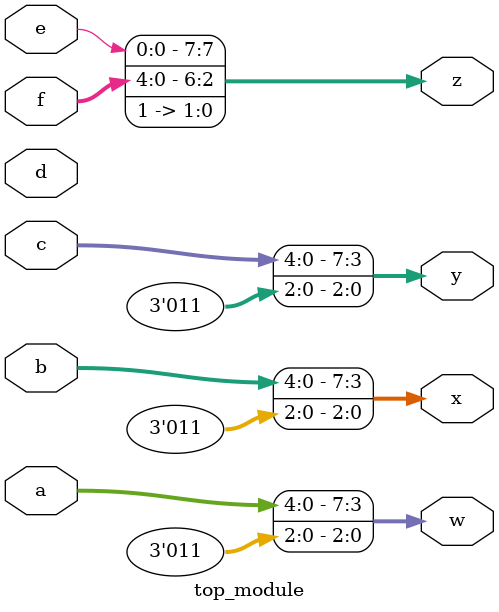
<source format=sv>
module top_module (
    input [4:0] a,
    input [4:0] b,
    input [4:0] c,
    input [4:0] d,
    input [4:0] e,
    input [4:0] f,
    output [7:0] w,
    output [7:0] x,
    output [7:0] y,
    output [7:0] z
);

    // Concatenate the inputs and the last bit 2'b11, then assign to outputs
    assign w = {a, 3'b011};
    assign x = {b, 3'b011};
    assign y = {c, 3'b011};
    assign z = {d[2:0], e, f, 2'b11};

endmodule

</source>
